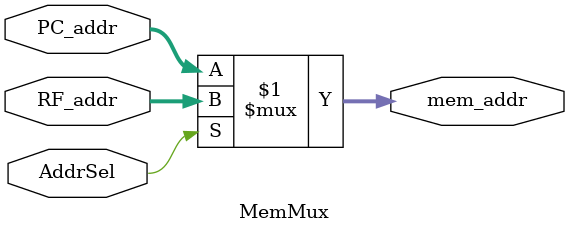
<source format=v>
module MemMux(input AddrSel,
              input [7:0] PC_addr,
              input [7:0] RF_addr,
              output [7:0] mem_addr);
              
    assign mem_addr = AddrSel ? RF_addr : PC_addr; 
    
endmodule
</source>
